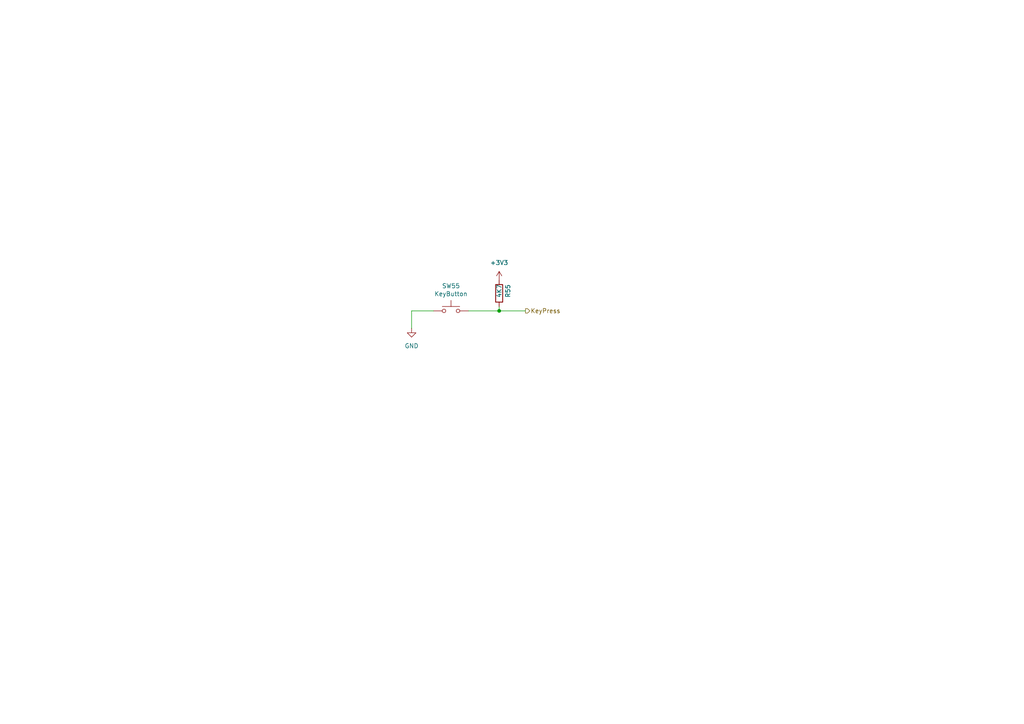
<source format=kicad_sch>
(kicad_sch
	(version 20250114)
	(generator "eeschema")
	(generator_version "9.0")
	(uuid "197dc898-278f-4080-9ecb-a933efff55e3")
	(paper "A4")
	(lib_symbols
		(symbol "+3V3_3"
			(power)
			(pin_names
				(offset 0)
			)
			(exclude_from_sim no)
			(in_bom yes)
			(on_board yes)
			(property "Reference" "#PWR"
				(at 0 -3.81 0)
				(effects
					(font
						(size 1.27 1.27)
					)
					(hide yes)
				)
			)
			(property "Value" "+3V3_3"
				(at 0 3.556 0)
				(effects
					(font
						(size 1.27 1.27)
					)
				)
			)
			(property "Footprint" ""
				(at 0 0 0)
				(effects
					(font
						(size 1.27 1.27)
					)
					(hide yes)
				)
			)
			(property "Datasheet" ""
				(at 0 0 0)
				(effects
					(font
						(size 1.27 1.27)
					)
					(hide yes)
				)
			)
			(property "Description" "Power symbol creates a global label with name \"+3V3\""
				(at 0 0 0)
				(effects
					(font
						(size 1.27 1.27)
					)
					(hide yes)
				)
			)
			(property "ki_keywords" "global power"
				(at 0 0 0)
				(effects
					(font
						(size 1.27 1.27)
					)
					(hide yes)
				)
			)
			(symbol "+3V3_3_0_1"
				(polyline
					(pts
						(xy -0.762 1.27) (xy 0 2.54)
					)
					(stroke
						(width 0)
						(type default)
					)
					(fill
						(type none)
					)
				)
				(polyline
					(pts
						(xy 0 2.54) (xy 0.762 1.27)
					)
					(stroke
						(width 0)
						(type default)
					)
					(fill
						(type none)
					)
				)
				(polyline
					(pts
						(xy 0 0) (xy 0 2.54)
					)
					(stroke
						(width 0)
						(type default)
					)
					(fill
						(type none)
					)
				)
			)
			(symbol "+3V3_3_1_1"
				(pin power_in line
					(at 0 0 90)
					(length 0)
					(hide yes)
					(name "+3V3"
						(effects
							(font
								(size 1.27 1.27)
							)
						)
					)
					(number "1"
						(effects
							(font
								(size 1.27 1.27)
							)
						)
					)
				)
			)
			(embedded_fonts no)
		)
		(symbol "Device:R"
			(pin_numbers
				(hide yes)
			)
			(pin_names
				(offset 0)
			)
			(exclude_from_sim no)
			(in_bom yes)
			(on_board yes)
			(property "Reference" "R"
				(at 2.032 0 90)
				(effects
					(font
						(size 1.27 1.27)
					)
				)
			)
			(property "Value" "R"
				(at 0 0 90)
				(effects
					(font
						(size 1.27 1.27)
					)
				)
			)
			(property "Footprint" ""
				(at -1.778 0 90)
				(effects
					(font
						(size 1.27 1.27)
					)
					(hide yes)
				)
			)
			(property "Datasheet" "~"
				(at 0 0 0)
				(effects
					(font
						(size 1.27 1.27)
					)
					(hide yes)
				)
			)
			(property "Description" "Resistor"
				(at 0 0 0)
				(effects
					(font
						(size 1.27 1.27)
					)
					(hide yes)
				)
			)
			(property "ki_keywords" "R res resistor"
				(at 0 0 0)
				(effects
					(font
						(size 1.27 1.27)
					)
					(hide yes)
				)
			)
			(property "ki_fp_filters" "R_*"
				(at 0 0 0)
				(effects
					(font
						(size 1.27 1.27)
					)
					(hide yes)
				)
			)
			(symbol "R_0_1"
				(rectangle
					(start -1.016 -2.54)
					(end 1.016 2.54)
					(stroke
						(width 0.254)
						(type default)
					)
					(fill
						(type none)
					)
				)
			)
			(symbol "R_1_1"
				(pin passive line
					(at 0 3.81 270)
					(length 1.27)
					(name "~"
						(effects
							(font
								(size 1.27 1.27)
							)
						)
					)
					(number "1"
						(effects
							(font
								(size 1.27 1.27)
							)
						)
					)
				)
				(pin passive line
					(at 0 -3.81 90)
					(length 1.27)
					(name "~"
						(effects
							(font
								(size 1.27 1.27)
							)
						)
					)
					(number "2"
						(effects
							(font
								(size 1.27 1.27)
							)
						)
					)
				)
			)
			(embedded_fonts no)
		)
		(symbol "Switch:SW_Push"
			(pin_numbers
				(hide yes)
			)
			(pin_names
				(offset 1.016)
				(hide yes)
			)
			(exclude_from_sim no)
			(in_bom yes)
			(on_board yes)
			(property "Reference" "SW"
				(at 1.27 2.54 0)
				(effects
					(font
						(size 1.27 1.27)
					)
					(justify left)
				)
			)
			(property "Value" "SW_Push"
				(at 0 -1.524 0)
				(effects
					(font
						(size 1.27 1.27)
					)
				)
			)
			(property "Footprint" ""
				(at 0 5.08 0)
				(effects
					(font
						(size 1.27 1.27)
					)
					(hide yes)
				)
			)
			(property "Datasheet" "~"
				(at 0 5.08 0)
				(effects
					(font
						(size 1.27 1.27)
					)
					(hide yes)
				)
			)
			(property "Description" "Push button switch, generic, two pins"
				(at 0 0 0)
				(effects
					(font
						(size 1.27 1.27)
					)
					(hide yes)
				)
			)
			(property "ki_keywords" "switch normally-open pushbutton push-button"
				(at 0 0 0)
				(effects
					(font
						(size 1.27 1.27)
					)
					(hide yes)
				)
			)
			(symbol "SW_Push_0_1"
				(circle
					(center -2.032 0)
					(radius 0.508)
					(stroke
						(width 0)
						(type default)
					)
					(fill
						(type none)
					)
				)
				(polyline
					(pts
						(xy 0 1.27) (xy 0 3.048)
					)
					(stroke
						(width 0)
						(type default)
					)
					(fill
						(type none)
					)
				)
				(circle
					(center 2.032 0)
					(radius 0.508)
					(stroke
						(width 0)
						(type default)
					)
					(fill
						(type none)
					)
				)
				(polyline
					(pts
						(xy 2.54 1.27) (xy -2.54 1.27)
					)
					(stroke
						(width 0)
						(type default)
					)
					(fill
						(type none)
					)
				)
				(pin passive line
					(at -5.08 0 0)
					(length 2.54)
					(name "1"
						(effects
							(font
								(size 1.27 1.27)
							)
						)
					)
					(number "1"
						(effects
							(font
								(size 1.27 1.27)
							)
						)
					)
				)
				(pin passive line
					(at 5.08 0 180)
					(length 2.54)
					(name "2"
						(effects
							(font
								(size 1.27 1.27)
							)
						)
					)
					(number "2"
						(effects
							(font
								(size 1.27 1.27)
							)
						)
					)
				)
			)
			(embedded_fonts no)
		)
		(symbol "power:GND"
			(power)
			(pin_numbers
				(hide yes)
			)
			(pin_names
				(offset 0)
				(hide yes)
			)
			(exclude_from_sim no)
			(in_bom yes)
			(on_board yes)
			(property "Reference" "#PWR"
				(at 0 -6.35 0)
				(effects
					(font
						(size 1.27 1.27)
					)
					(hide yes)
				)
			)
			(property "Value" "GND"
				(at 0 -3.81 0)
				(effects
					(font
						(size 1.27 1.27)
					)
				)
			)
			(property "Footprint" ""
				(at 0 0 0)
				(effects
					(font
						(size 1.27 1.27)
					)
					(hide yes)
				)
			)
			(property "Datasheet" ""
				(at 0 0 0)
				(effects
					(font
						(size 1.27 1.27)
					)
					(hide yes)
				)
			)
			(property "Description" "Power symbol creates a global label with name \"GND\" , ground"
				(at 0 0 0)
				(effects
					(font
						(size 1.27 1.27)
					)
					(hide yes)
				)
			)
			(property "ki_keywords" "global power"
				(at 0 0 0)
				(effects
					(font
						(size 1.27 1.27)
					)
					(hide yes)
				)
			)
			(symbol "GND_0_1"
				(polyline
					(pts
						(xy 0 0) (xy 0 -1.27) (xy 1.27 -1.27) (xy 0 -2.54) (xy -1.27 -1.27) (xy 0 -1.27)
					)
					(stroke
						(width 0)
						(type default)
					)
					(fill
						(type none)
					)
				)
			)
			(symbol "GND_1_1"
				(pin power_in line
					(at 0 0 270)
					(length 0)
					(name "~"
						(effects
							(font
								(size 1.27 1.27)
							)
						)
					)
					(number "1"
						(effects
							(font
								(size 1.27 1.27)
							)
						)
					)
				)
			)
			(embedded_fonts no)
		)
	)
	(junction
		(at 144.78 90.17)
		(diameter 0)
		(color 0 0 0 0)
		(uuid "9ad24618-bd80-4f3b-b77f-b7d662e0a569")
	)
	(wire
		(pts
			(xy 119.38 90.17) (xy 119.38 95.25)
		)
		(stroke
			(width 0)
			(type default)
		)
		(uuid "39defb04-b41c-4ebc-ba19-5568676e84ee")
	)
	(wire
		(pts
			(xy 119.38 90.17) (xy 125.73 90.17)
		)
		(stroke
			(width 0)
			(type default)
		)
		(uuid "480e2dd1-02fa-41f7-bcda-9f8c2f976b45")
	)
	(wire
		(pts
			(xy 144.78 88.9) (xy 144.78 90.17)
		)
		(stroke
			(width 0)
			(type default)
		)
		(uuid "4b709926-4c0e-489e-9025-93bdf3cbdf02")
	)
	(wire
		(pts
			(xy 144.78 90.17) (xy 152.4 90.17)
		)
		(stroke
			(width 0)
			(type default)
		)
		(uuid "65e8fef2-f69a-413b-89c5-ca4c5f3e15b2")
	)
	(wire
		(pts
			(xy 135.89 90.17) (xy 144.78 90.17)
		)
		(stroke
			(width 0)
			(type default)
		)
		(uuid "ec437abd-0e16-44a7-bb5f-39f66b9145a2")
	)
	(hierarchical_label "KeyPress"
		(shape output)
		(at 152.4 90.17 0)
		(effects
			(font
				(size 1.27 1.27)
			)
			(justify left)
		)
		(uuid "e8eb42ef-35db-4855-98f8-f0f7963ea6b5")
	)
	(symbol
		(lib_name "+3V3_3")
		(lib_id "power:+3V3")
		(at 144.78 81.28 0)
		(unit 1)
		(exclude_from_sim no)
		(in_bom yes)
		(on_board yes)
		(dnp no)
		(fields_autoplaced yes)
		(uuid "01bba7df-55a1-403b-acc4-7b7cf95d26b9")
		(property "Reference" "#PWR012"
			(at 144.78 85.09 0)
			(effects
				(font
					(size 1.27 1.27)
				)
				(hide yes)
			)
		)
		(property "Value" "+3V3"
			(at 144.78 76.2 0)
			(effects
				(font
					(size 1.27 1.27)
				)
			)
		)
		(property "Footprint" ""
			(at 144.78 81.28 0)
			(effects
				(font
					(size 1.27 1.27)
				)
				(hide yes)
			)
		)
		(property "Datasheet" ""
			(at 144.78 81.28 0)
			(effects
				(font
					(size 1.27 1.27)
				)
				(hide yes)
			)
		)
		(property "Description" ""
			(at 144.78 81.28 0)
			(effects
				(font
					(size 1.27 1.27)
				)
				(hide yes)
			)
		)
		(pin "1"
			(uuid "076d46b8-adf0-4bdd-9071-4c05cbafd3f8")
		)
		(instances
			(project "keyboard"
				(path "/0f558864-6bd1-4b6a-a590-291604d36a33/00fbda68-6dbe-4629-bc6b-7a96ad5ec6ad"
					(reference "#PWR0118")
					(unit 1)
				)
				(path "/0f558864-6bd1-4b6a-a590-291604d36a33/06e7c63d-33a9-4d3d-8bea-a8d2edf1c515"
					(reference "#PWR056")
					(unit 1)
				)
				(path "/0f558864-6bd1-4b6a-a590-291604d36a33/0a38b20d-0faa-4d31-a26b-20b67656c706"
					(reference "#PWR076")
					(unit 1)
				)
				(path "/0f558864-6bd1-4b6a-a590-291604d36a33/0bdeb14c-d579-48f4-80e5-e87b769a9dcc"
					(reference "#PWR030")
					(unit 1)
				)
				(path "/0f558864-6bd1-4b6a-a590-291604d36a33/140b166f-8a9a-49b8-b9da-b1f4c2b64884"
					(reference "#PWR036")
					(unit 1)
				)
				(path "/0f558864-6bd1-4b6a-a590-291604d36a33/18483323-407a-449d-9b5d-151854be4dfa"
					(reference "#PWR062")
					(unit 1)
				)
				(path "/0f558864-6bd1-4b6a-a590-291604d36a33/1c1fabda-0579-4558-988c-9b382a381018"
					(reference "#PWR0110")
					(unit 1)
				)
				(path "/0f558864-6bd1-4b6a-a590-291604d36a33/1fe60ac2-c983-40d1-a281-3641b8cb25a1"
					(reference "#PWR0120")
					(unit 1)
				)
				(path "/0f558864-6bd1-4b6a-a590-291604d36a33/20b7b40a-3c8d-4458-ab90-f98eeaa551d5"
					(reference "#PWR0128")
					(unit 1)
				)
				(path "/0f558864-6bd1-4b6a-a590-291604d36a33/26d58396-7064-4fca-877d-9072c88b3046"
					(reference "#PWR020")
					(unit 1)
				)
				(path "/0f558864-6bd1-4b6a-a590-291604d36a33/27f41226-a040-4c76-ad3d-de57922f3ec2"
					(reference "#PWR024")
					(unit 1)
				)
				(path "/0f558864-6bd1-4b6a-a590-291604d36a33/2bda33b0-3eba-4ccc-8223-79532bbdfb6c"
					(reference "#PWR044")
					(unit 1)
				)
				(path "/0f558864-6bd1-4b6a-a590-291604d36a33/2e527372-0884-45fd-898b-02a719c2cb54"
					(reference "#PWR074")
					(unit 1)
				)
				(path "/0f558864-6bd1-4b6a-a590-291604d36a33/345ce68e-f3af-4e5e-877d-709f628b1b76"
					(reference "#PWR012")
					(unit 1)
				)
				(path "/0f558864-6bd1-4b6a-a590-291604d36a33/39af1378-64d6-493b-9598-cca883cd0961"
					(reference "#PWR026")
					(unit 1)
				)
				(path "/0f558864-6bd1-4b6a-a590-291604d36a33/3f1e3a8f-f5f7-4a18-90d8-b8bd8833a121"
					(reference "#PWR046")
					(unit 1)
				)
				(path "/0f558864-6bd1-4b6a-a590-291604d36a33/406f3bd2-8f1c-4d8f-845a-8d5e71970193"
					(reference "#PWR054")
					(unit 1)
				)
				(path "/0f558864-6bd1-4b6a-a590-291604d36a33/49d82c6b-e038-4a44-9811-3e56db29216f"
					(reference "#PWR016")
					(unit 1)
				)
				(path "/0f558864-6bd1-4b6a-a590-291604d36a33/53655291-cb05-474c-a29c-fac2052272f6"
					(reference "#PWR040")
					(unit 1)
				)
				(path "/0f558864-6bd1-4b6a-a590-291604d36a33/53d2e055-0677-4f48-9cac-149fa85b63d8"
					(reference "#PWR028")
					(unit 1)
				)
				(path "/0f558864-6bd1-4b6a-a590-291604d36a33/54853a17-57c3-4c28-9f29-fe5206c31e1d"
					(reference "#PWR060")
					(unit 1)
				)
				(path "/0f558864-6bd1-4b6a-a590-291604d36a33/55497c43-0fb8-4b15-b832-9e4327e3ccf3"
					(reference "#PWR032")
					(unit 1)
				)
				(path "/0f558864-6bd1-4b6a-a590-291604d36a33/5c3814d4-ecfb-4502-97e7-f6b610c9d2c2"
					(reference "#PWR084")
					(unit 1)
				)
				(path "/0f558864-6bd1-4b6a-a590-291604d36a33/63cdcd2d-252d-4e9b-8416-81b1ef161316"
					(reference "#PWR0124")
					(unit 1)
				)
				(path "/0f558864-6bd1-4b6a-a590-291604d36a33/6b92f5e9-e549-40aa-8d35-8aae643bb2bd"
					(reference "#PWR0104")
					(unit 1)
				)
				(path "/0f558864-6bd1-4b6a-a590-291604d36a33/6d556685-82e0-4e92-b677-a71dd488b8ff"
					(reference "#PWR0114")
					(unit 1)
				)
				(path "/0f558864-6bd1-4b6a-a590-291604d36a33/80a7bcc7-f8f3-4d16-abf8-968bd69cd248"
					(reference "#PWR038")
					(unit 1)
				)
				(path "/0f558864-6bd1-4b6a-a590-291604d36a33/88ac29ea-f33a-4435-9d0f-ff07fcd43825"
					(reference "#PWR098")
					(unit 1)
				)
				(path "/0f558864-6bd1-4b6a-a590-291604d36a33/89027e3c-f493-4dce-ae70-8265229fcf10"
					(reference "#PWR0102")
					(unit 1)
				)
				(path "/0f558864-6bd1-4b6a-a590-291604d36a33/93220f56-012c-451a-a18f-bdae9a33cdd3"
					(reference "#PWR082")
					(unit 1)
				)
				(path "/0f558864-6bd1-4b6a-a590-291604d36a33/95881138-91f0-4cce-a1e0-677178aa263b"
					(reference "#PWR0106")
					(unit 1)
				)
				(path "/0f558864-6bd1-4b6a-a590-291604d36a33/96914db0-479c-4269-8d64-79a09cf1464b"
					(reference "#PWR0127")
					(unit 1)
				)
				(path "/0f558864-6bd1-4b6a-a590-291604d36a33/9d134df2-74d2-4889-953d-4fad81dfc3e2"
					(reference "#PWR0122")
					(unit 1)
				)
				(path "/0f558864-6bd1-4b6a-a590-291604d36a33/a4201793-45b0-4b94-9056-69a6df9fd156"
					(reference "#PWR0112")
					(unit 1)
				)
				(path "/0f558864-6bd1-4b6a-a590-291604d36a33/a9606fda-6978-4bab-abe5-85dd31fad076"
					(reference "#PWR088")
					(unit 1)
				)
				(path "/0f558864-6bd1-4b6a-a590-291604d36a33/ac7b69ae-cfad-4e0a-9800-50ade6da3f1a"
					(reference "#PWR090")
					(unit 1)
				)
				(path "/0f558864-6bd1-4b6a-a590-291604d36a33/b042f156-6d2a-4266-9786-7e4d81af1312"
					(reference "#PWR058")
					(unit 1)
				)
				(path "/0f558864-6bd1-4b6a-a590-291604d36a33/b380df06-2e2f-484c-9d89-f57a3faac3e9"
					(reference "#PWR050")
					(unit 1)
				)
				(path "/0f558864-6bd1-4b6a-a590-291604d36a33/ba23ecf4-051e-4430-acc2-1c1196330922"
					(reference "#PWR086")
					(unit 1)
				)
				(path "/0f558864-6bd1-4b6a-a590-291604d36a33/bcb00a62-6a60-4163-9bd4-c098b779e64b"
					(reference "#PWR094")
					(unit 1)
				)
				(path "/0f558864-6bd1-4b6a-a590-291604d36a33/befe27b5-8d8d-4dbb-8648-2e5abc1f9a23"
					(reference "#PWR042")
					(unit 1)
				)
				(path "/0f558864-6bd1-4b6a-a590-291604d36a33/c06ec5e7-dd0f-490e-9240-4028b3f3b144"
					(reference "#PWR014")
					(unit 1)
				)
				(path "/0f558864-6bd1-4b6a-a590-291604d36a33/cefb41bf-1a3e-4ea5-a512-232860cf1a63"
					(reference "#PWR078")
					(unit 1)
				)
				(path "/0f558864-6bd1-4b6a-a590-291604d36a33/cf7213b0-1bed-4d64-8a66-96a9afff3673"
					(reference "#PWR052")
					(unit 1)
				)
				(path "/0f558864-6bd1-4b6a-a590-291604d36a33/d1278f77-fa67-4785-892a-d83988480cae"
					(reference "#PWR0116")
					(unit 1)
				)
				(path "/0f558864-6bd1-4b6a-a590-291604d36a33/dbc80516-9244-43e8-a9f9-a287eb0318d7"
					(reference "#PWR092")
					(unit 1)
				)
				(path "/0f558864-6bd1-4b6a-a590-291604d36a33/e70c17f5-360b-4968-9f32-99d3f56f030c"
					(reference "#PWR0100")
					(unit 1)
				)
				(path "/0f558864-6bd1-4b6a-a590-291604d36a33/ec0a90c0-fb69-482d-998e-1c16282f9d5e"
					(reference "#PWR096")
					(unit 1)
				)
				(path "/0f558864-6bd1-4b6a-a590-291604d36a33/eed167b7-318d-4b2a-8a01-41ebf77ab005"
					(reference "#PWR022")
					(unit 1)
				)
				(path "/0f558864-6bd1-4b6a-a590-291604d36a33/ef596442-4faa-4473-b2b4-5b6601bfdc98"
					(reference "#PWR0108")
					(unit 1)
				)
				(path "/0f558864-6bd1-4b6a-a590-291604d36a33/f2360d46-047f-43e1-bfb4-4a362c4c819f"
					(reference "#PWR034")
					(unit 1)
				)
				(path "/0f558864-6bd1-4b6a-a590-291604d36a33/f425da7c-e87f-4066-9155-e37bca266c43"
					(reference "#PWR018")
					(unit 1)
				)
				(path "/0f558864-6bd1-4b6a-a590-291604d36a33/f6fee24c-a55a-4682-9cb6-60a6d7817932"
					(reference "#PWR080")
					(unit 1)
				)
				(path "/0f558864-6bd1-4b6a-a590-291604d36a33/fb34966c-cb7d-415a-8815-c4900381a08f"
					(reference "#PWR048")
					(unit 1)
				)
			)
		)
	)
	(symbol
		(lib_id "Device:R")
		(at 144.78 85.09 0)
		(unit 1)
		(exclude_from_sim no)
		(in_bom yes)
		(on_board yes)
		(dnp no)
		(uuid "247ad106-f059-4397-9662-7ea14d21b41e")
		(property "Reference" "R2"
			(at 147.32 86.36 90)
			(effects
				(font
					(size 1.27 1.27)
				)
				(justify left)
			)
		)
		(property "Value" "4K7"
			(at 144.78 86.36 90)
			(effects
				(font
					(size 1.27 1.27)
				)
				(justify left)
			)
		)
		(property "Footprint" "Resistor_SMD:R_0805_2012Metric_Pad1.20x1.40mm_HandSolder"
			(at 143.002 85.09 90)
			(effects
				(font
					(size 1.27 1.27)
				)
				(hide yes)
			)
		)
		(property "Datasheet" "~"
			(at 144.78 85.09 0)
			(effects
				(font
					(size 1.27 1.27)
				)
				(hide yes)
			)
		)
		(property "Description" ""
			(at 144.78 85.09 0)
			(effects
				(font
					(size 1.27 1.27)
				)
				(hide yes)
			)
		)
		(pin "1"
			(uuid "5015b62b-0e65-4f4c-bd7d-af06a4dba0d1")
		)
		(pin "2"
			(uuid "1be9d9ca-eea4-417c-a5e7-4299156d6824")
		)
		(instances
			(project "keyboard"
				(path "/0f558864-6bd1-4b6a-a590-291604d36a33/00fbda68-6dbe-4629-bc6b-7a96ad5ec6ad"
					(reference "R55")
					(unit 1)
				)
				(path "/0f558864-6bd1-4b6a-a590-291604d36a33/06e7c63d-33a9-4d3d-8bea-a8d2edf1c515"
					(reference "R24")
					(unit 1)
				)
				(path "/0f558864-6bd1-4b6a-a590-291604d36a33/0a38b20d-0faa-4d31-a26b-20b67656c706"
					(reference "R34")
					(unit 1)
				)
				(path "/0f558864-6bd1-4b6a-a590-291604d36a33/0bdeb14c-d579-48f4-80e5-e87b769a9dcc"
					(reference "R11")
					(unit 1)
				)
				(path "/0f558864-6bd1-4b6a-a590-291604d36a33/140b166f-8a9a-49b8-b9da-b1f4c2b64884"
					(reference "R14")
					(unit 1)
				)
				(path "/0f558864-6bd1-4b6a-a590-291604d36a33/18483323-407a-449d-9b5d-151854be4dfa"
					(reference "R27")
					(unit 1)
				)
				(path "/0f558864-6bd1-4b6a-a590-291604d36a33/1c1fabda-0579-4558-988c-9b382a381018"
					(reference "R51")
					(unit 1)
				)
				(path "/0f558864-6bd1-4b6a-a590-291604d36a33/1fe60ac2-c983-40d1-a281-3641b8cb25a1"
					(reference "R56")
					(unit 1)
				)
				(path "/0f558864-6bd1-4b6a-a590-291604d36a33/20b7b40a-3c8d-4458-ab90-f98eeaa551d5"
					(reference "R1")
					(unit 1)
				)
				(path "/0f558864-6bd1-4b6a-a590-291604d36a33/26d58396-7064-4fca-877d-9072c88b3046"
					(reference "R6")
					(unit 1)
				)
				(path "/0f558864-6bd1-4b6a-a590-291604d36a33/27f41226-a040-4c76-ad3d-de57922f3ec2"
					(reference "R8")
					(unit 1)
				)
				(path "/0f558864-6bd1-4b6a-a590-291604d36a33/2bda33b0-3eba-4ccc-8223-79532bbdfb6c"
					(reference "R18")
					(unit 1)
				)
				(path "/0f558864-6bd1-4b6a-a590-291604d36a33/2e527372-0884-45fd-898b-02a719c2cb54"
					(reference "R33")
					(unit 1)
				)
				(path "/0f558864-6bd1-4b6a-a590-291604d36a33/345ce68e-f3af-4e5e-877d-709f628b1b76"
					(reference "R2")
					(unit 1)
				)
				(path "/0f558864-6bd1-4b6a-a590-291604d36a33/39af1378-64d6-493b-9598-cca883cd0961"
					(reference "R9")
					(unit 1)
				)
				(path "/0f558864-6bd1-4b6a-a590-291604d36a33/3f1e3a8f-f5f7-4a18-90d8-b8bd8833a121"
					(reference "R19")
					(unit 1)
				)
				(path "/0f558864-6bd1-4b6a-a590-291604d36a33/406f3bd2-8f1c-4d8f-845a-8d5e71970193"
					(reference "R23")
					(unit 1)
				)
				(path "/0f558864-6bd1-4b6a-a590-291604d36a33/49d82c6b-e038-4a44-9811-3e56db29216f"
					(reference "R4")
					(unit 1)
				)
				(path "/0f558864-6bd1-4b6a-a590-291604d36a33/53655291-cb05-474c-a29c-fac2052272f6"
					(reference "R16")
					(unit 1)
				)
				(path "/0f558864-6bd1-4b6a-a590-291604d36a33/53d2e055-0677-4f48-9cac-149fa85b63d8"
					(reference "R10")
					(unit 1)
				)
				(path "/0f558864-6bd1-4b6a-a590-291604d36a33/54853a17-57c3-4c28-9f29-fe5206c31e1d"
					(reference "R26")
					(unit 1)
				)
				(path "/0f558864-6bd1-4b6a-a590-291604d36a33/55497c43-0fb8-4b15-b832-9e4327e3ccf3"
					(reference "R12")
					(unit 1)
				)
				(path "/0f558864-6bd1-4b6a-a590-291604d36a33/5c3814d4-ecfb-4502-97e7-f6b610c9d2c2"
					(reference "R38")
					(unit 1)
				)
				(path "/0f558864-6bd1-4b6a-a590-291604d36a33/63cdcd2d-252d-4e9b-8416-81b1ef161316"
					(reference "R58")
					(unit 1)
				)
				(path "/0f558864-6bd1-4b6a-a590-291604d36a33/6b92f5e9-e549-40aa-8d35-8aae643bb2bd"
					(reference "R48")
					(unit 1)
				)
				(path "/0f558864-6bd1-4b6a-a590-291604d36a33/6d556685-82e0-4e92-b677-a71dd488b8ff"
					(reference "R53")
					(unit 1)
				)
				(path "/0f558864-6bd1-4b6a-a590-291604d36a33/80a7bcc7-f8f3-4d16-abf8-968bd69cd248"
					(reference "R15")
					(unit 1)
				)
				(path "/0f558864-6bd1-4b6a-a590-291604d36a33/88ac29ea-f33a-4435-9d0f-ff07fcd43825"
					(reference "R45")
					(unit 1)
				)
				(path "/0f558864-6bd1-4b6a-a590-291604d36a33/89027e3c-f493-4dce-ae70-8265229fcf10"
					(reference "R47")
					(unit 1)
				)
				(path "/0f558864-6bd1-4b6a-a590-291604d36a33/93220f56-012c-451a-a18f-bdae9a33cdd3"
					(reference "R37")
					(unit 1)
				)
				(path "/0f558864-6bd1-4b6a-a590-291604d36a33/95881138-91f0-4cce-a1e0-677178aa263b"
					(reference "R49")
					(unit 1)
				)
				(path "/0f558864-6bd1-4b6a-a590-291604d36a33/96914db0-479c-4269-8d64-79a09cf1464b"
					(reference "R59")
					(unit 1)
				)
				(path "/0f558864-6bd1-4b6a-a590-291604d36a33/9d134df2-74d2-4889-953d-4fad81dfc3e2"
					(reference "R57")
					(unit 1)
				)
				(path "/0f558864-6bd1-4b6a-a590-291604d36a33/a4201793-45b0-4b94-9056-69a6df9fd156"
					(reference "R52")
					(unit 1)
				)
				(path "/0f558864-6bd1-4b6a-a590-291604d36a33/a9606fda-6978-4bab-abe5-85dd31fad076"
					(reference "R40")
					(unit 1)
				)
				(path "/0f558864-6bd1-4b6a-a590-291604d36a33/ac7b69ae-cfad-4e0a-9800-50ade6da3f1a"
					(reference "R41")
					(unit 1)
				)
				(path "/0f558864-6bd1-4b6a-a590-291604d36a33/b042f156-6d2a-4266-9786-7e4d81af1312"
					(reference "R25")
					(unit 1)
				)
				(path "/0f558864-6bd1-4b6a-a590-291604d36a33/b380df06-2e2f-484c-9d89-f57a3faac3e9"
					(reference "R21")
					(unit 1)
				)
				(path "/0f558864-6bd1-4b6a-a590-291604d36a33/ba23ecf4-051e-4430-acc2-1c1196330922"
					(reference "R39")
					(unit 1)
				)
				(path "/0f558864-6bd1-4b6a-a590-291604d36a33/bcb00a62-6a60-4163-9bd4-c098b779e64b"
					(reference "R43")
					(unit 1)
				)
				(path "/0f558864-6bd1-4b6a-a590-291604d36a33/befe27b5-8d8d-4dbb-8648-2e5abc1f9a23"
					(reference "R17")
					(unit 1)
				)
				(path "/0f558864-6bd1-4b6a-a590-291604d36a33/c06ec5e7-dd0f-490e-9240-4028b3f3b144"
					(reference "R3")
					(unit 1)
				)
				(path "/0f558864-6bd1-4b6a-a590-291604d36a33/cefb41bf-1a3e-4ea5-a512-232860cf1a63"
					(reference "R35")
					(unit 1)
				)
				(path "/0f558864-6bd1-4b6a-a590-291604d36a33/cf7213b0-1bed-4d64-8a66-96a9afff3673"
					(reference "R22")
					(unit 1)
				)
				(path "/0f558864-6bd1-4b6a-a590-291604d36a33/d1278f77-fa67-4785-892a-d83988480cae"
					(reference "R54")
					(unit 1)
				)
				(path "/0f558864-6bd1-4b6a-a590-291604d36a33/dbc80516-9244-43e8-a9f9-a287eb0318d7"
					(reference "R42")
					(unit 1)
				)
				(path "/0f558864-6bd1-4b6a-a590-291604d36a33/e70c17f5-360b-4968-9f32-99d3f56f030c"
					(reference "R46")
					(unit 1)
				)
				(path "/0f558864-6bd1-4b6a-a590-291604d36a33/ec0a90c0-fb69-482d-998e-1c16282f9d5e"
					(reference "R44")
					(unit 1)
				)
				(path "/0f558864-6bd1-4b6a-a590-291604d36a33/eed167b7-318d-4b2a-8a01-41ebf77ab005"
					(reference "R7")
					(unit 1)
				)
				(path "/0f558864-6bd1-4b6a-a590-291604d36a33/ef596442-4faa-4473-b2b4-5b6601bfdc98"
					(reference "R50")
					(unit 1)
				)
				(path "/0f558864-6bd1-4b6a-a590-291604d36a33/f2360d46-047f-43e1-bfb4-4a362c4c819f"
					(reference "R13")
					(unit 1)
				)
				(path "/0f558864-6bd1-4b6a-a590-291604d36a33/f425da7c-e87f-4066-9155-e37bca266c43"
					(reference "R5")
					(unit 1)
				)
				(path "/0f558864-6bd1-4b6a-a590-291604d36a33/f6fee24c-a55a-4682-9cb6-60a6d7817932"
					(reference "R36")
					(unit 1)
				)
				(path "/0f558864-6bd1-4b6a-a590-291604d36a33/fb34966c-cb7d-415a-8815-c4900381a08f"
					(reference "R20")
					(unit 1)
				)
			)
		)
	)
	(symbol
		(lib_id "power:GND")
		(at 119.38 95.25 0)
		(unit 1)
		(exclude_from_sim no)
		(in_bom yes)
		(on_board yes)
		(dnp no)
		(fields_autoplaced yes)
		(uuid "4c5ce182-974b-4e79-8db1-f874e8bd34e1")
		(property "Reference" "#PWR011"
			(at 119.38 101.6 0)
			(effects
				(font
					(size 1.27 1.27)
				)
				(hide yes)
			)
		)
		(property "Value" "GND"
			(at 119.38 100.33 0)
			(effects
				(font
					(size 1.27 1.27)
				)
			)
		)
		(property "Footprint" ""
			(at 119.38 95.25 0)
			(effects
				(font
					(size 1.27 1.27)
				)
				(hide yes)
			)
		)
		(property "Datasheet" ""
			(at 119.38 95.25 0)
			(effects
				(font
					(size 1.27 1.27)
				)
				(hide yes)
			)
		)
		(property "Description" "Power symbol creates a global label with name \"GND\" , ground"
			(at 119.38 95.25 0)
			(effects
				(font
					(size 1.27 1.27)
				)
				(hide yes)
			)
		)
		(pin "1"
			(uuid "ff049ca4-8a87-495d-bde6-78618646176d")
		)
		(instances
			(project "keyboard"
				(path "/0f558864-6bd1-4b6a-a590-291604d36a33/00fbda68-6dbe-4629-bc6b-7a96ad5ec6ad"
					(reference "#PWR0117")
					(unit 1)
				)
				(path "/0f558864-6bd1-4b6a-a590-291604d36a33/06e7c63d-33a9-4d3d-8bea-a8d2edf1c515"
					(reference "#PWR055")
					(unit 1)
				)
				(path "/0f558864-6bd1-4b6a-a590-291604d36a33/0a38b20d-0faa-4d31-a26b-20b67656c706"
					(reference "#PWR075")
					(unit 1)
				)
				(path "/0f558864-6bd1-4b6a-a590-291604d36a33/0bdeb14c-d579-48f4-80e5-e87b769a9dcc"
					(reference "#PWR029")
					(unit 1)
				)
				(path "/0f558864-6bd1-4b6a-a590-291604d36a33/140b166f-8a9a-49b8-b9da-b1f4c2b64884"
					(reference "#PWR035")
					(unit 1)
				)
				(path "/0f558864-6bd1-4b6a-a590-291604d36a33/18483323-407a-449d-9b5d-151854be4dfa"
					(reference "#PWR061")
					(unit 1)
				)
				(path "/0f558864-6bd1-4b6a-a590-291604d36a33/1c1fabda-0579-4558-988c-9b382a381018"
					(reference "#PWR0109")
					(unit 1)
				)
				(path "/0f558864-6bd1-4b6a-a590-291604d36a33/1fe60ac2-c983-40d1-a281-3641b8cb25a1"
					(reference "#PWR0119")
					(unit 1)
				)
				(path "/0f558864-6bd1-4b6a-a590-291604d36a33/20b7b40a-3c8d-4458-ab90-f98eeaa551d5"
					(reference "#PWR03")
					(unit 1)
				)
				(path "/0f558864-6bd1-4b6a-a590-291604d36a33/26d58396-7064-4fca-877d-9072c88b3046"
					(reference "#PWR019")
					(unit 1)
				)
				(path "/0f558864-6bd1-4b6a-a590-291604d36a33/27f41226-a040-4c76-ad3d-de57922f3ec2"
					(reference "#PWR023")
					(unit 1)
				)
				(path "/0f558864-6bd1-4b6a-a590-291604d36a33/2bda33b0-3eba-4ccc-8223-79532bbdfb6c"
					(reference "#PWR043")
					(unit 1)
				)
				(path "/0f558864-6bd1-4b6a-a590-291604d36a33/2e527372-0884-45fd-898b-02a719c2cb54"
					(reference "#PWR073")
					(unit 1)
				)
				(path "/0f558864-6bd1-4b6a-a590-291604d36a33/345ce68e-f3af-4e5e-877d-709f628b1b76"
					(reference "#PWR011")
					(unit 1)
				)
				(path "/0f558864-6bd1-4b6a-a590-291604d36a33/39af1378-64d6-493b-9598-cca883cd0961"
					(reference "#PWR025")
					(unit 1)
				)
				(path "/0f558864-6bd1-4b6a-a590-291604d36a33/3f1e3a8f-f5f7-4a18-90d8-b8bd8833a121"
					(reference "#PWR045")
					(unit 1)
				)
				(path "/0f558864-6bd1-4b6a-a590-291604d36a33/406f3bd2-8f1c-4d8f-845a-8d5e71970193"
					(reference "#PWR053")
					(unit 1)
				)
				(path "/0f558864-6bd1-4b6a-a590-291604d36a33/49d82c6b-e038-4a44-9811-3e56db29216f"
					(reference "#PWR015")
					(unit 1)
				)
				(path "/0f558864-6bd1-4b6a-a590-291604d36a33/53655291-cb05-474c-a29c-fac2052272f6"
					(reference "#PWR039")
					(unit 1)
				)
				(path "/0f558864-6bd1-4b6a-a590-291604d36a33/53d2e055-0677-4f48-9cac-149fa85b63d8"
					(reference "#PWR027")
					(unit 1)
				)
				(path "/0f558864-6bd1-4b6a-a590-291604d36a33/54853a17-57c3-4c28-9f29-fe5206c31e1d"
					(reference "#PWR059")
					(unit 1)
				)
				(path "/0f558864-6bd1-4b6a-a590-291604d36a33/55497c43-0fb8-4b15-b832-9e4327e3ccf3"
					(reference "#PWR031")
					(unit 1)
				)
				(path "/0f558864-6bd1-4b6a-a590-291604d36a33/5c3814d4-ecfb-4502-97e7-f6b610c9d2c2"
					(reference "#PWR083")
					(unit 1)
				)
				(path "/0f558864-6bd1-4b6a-a590-291604d36a33/63cdcd2d-252d-4e9b-8416-81b1ef161316"
					(reference "#PWR0123")
					(unit 1)
				)
				(path "/0f558864-6bd1-4b6a-a590-291604d36a33/6b92f5e9-e549-40aa-8d35-8aae643bb2bd"
					(reference "#PWR0103")
					(unit 1)
				)
				(path "/0f558864-6bd1-4b6a-a590-291604d36a33/6d556685-82e0-4e92-b677-a71dd488b8ff"
					(reference "#PWR0113")
					(unit 1)
				)
				(path "/0f558864-6bd1-4b6a-a590-291604d36a33/80a7bcc7-f8f3-4d16-abf8-968bd69cd248"
					(reference "#PWR037")
					(unit 1)
				)
				(path "/0f558864-6bd1-4b6a-a590-291604d36a33/88ac29ea-f33a-4435-9d0f-ff07fcd43825"
					(reference "#PWR097")
					(unit 1)
				)
				(path "/0f558864-6bd1-4b6a-a590-291604d36a33/89027e3c-f493-4dce-ae70-8265229fcf10"
					(reference "#PWR0101")
					(unit 1)
				)
				(path "/0f558864-6bd1-4b6a-a590-291604d36a33/93220f56-012c-451a-a18f-bdae9a33cdd3"
					(reference "#PWR081")
					(unit 1)
				)
				(path "/0f558864-6bd1-4b6a-a590-291604d36a33/95881138-91f0-4cce-a1e0-677178aa263b"
					(reference "#PWR0105")
					(unit 1)
				)
				(path "/0f558864-6bd1-4b6a-a590-291604d36a33/96914db0-479c-4269-8d64-79a09cf1464b"
					(reference "#PWR0125")
					(unit 1)
				)
				(path "/0f558864-6bd1-4b6a-a590-291604d36a33/9d134df2-74d2-4889-953d-4fad81dfc3e2"
					(reference "#PWR0121")
					(unit 1)
				)
				(path "/0f558864-6bd1-4b6a-a590-291604d36a33/a4201793-45b0-4b94-9056-69a6df9fd156"
					(reference "#PWR0111")
					(unit 1)
				)
				(path "/0f558864-6bd1-4b6a-a590-291604d36a33/a9606fda-6978-4bab-abe5-85dd31fad076"
					(reference "#PWR087")
					(unit 1)
				)
				(path "/0f558864-6bd1-4b6a-a590-291604d36a33/ac7b69ae-cfad-4e0a-9800-50ade6da3f1a"
					(reference "#PWR089")
					(unit 1)
				)
				(path "/0f558864-6bd1-4b6a-a590-291604d36a33/b042f156-6d2a-4266-9786-7e4d81af1312"
					(reference "#PWR057")
					(unit 1)
				)
				(path "/0f558864-6bd1-4b6a-a590-291604d36a33/b380df06-2e2f-484c-9d89-f57a3faac3e9"
					(reference "#PWR049")
					(unit 1)
				)
				(path "/0f558864-6bd1-4b6a-a590-291604d36a33/ba23ecf4-051e-4430-acc2-1c1196330922"
					(reference "#PWR085")
					(unit 1)
				)
				(path "/0f558864-6bd1-4b6a-a590-291604d36a33/bcb00a62-6a60-4163-9bd4-c098b779e64b"
					(reference "#PWR093")
					(unit 1)
				)
				(path "/0f558864-6bd1-4b6a-a590-291604d36a33/befe27b5-8d8d-4dbb-8648-2e5abc1f9a23"
					(reference "#PWR041")
					(unit 1)
				)
				(path "/0f558864-6bd1-4b6a-a590-291604d36a33/c06ec5e7-dd0f-490e-9240-4028b3f3b144"
					(reference "#PWR013")
					(unit 1)
				)
				(path "/0f558864-6bd1-4b6a-a590-291604d36a33/cefb41bf-1a3e-4ea5-a512-232860cf1a63"
					(reference "#PWR077")
					(unit 1)
				)
				(path "/0f558864-6bd1-4b6a-a590-291604d36a33/cf7213b0-1bed-4d64-8a66-96a9afff3673"
					(reference "#PWR051")
					(unit 1)
				)
				(path "/0f558864-6bd1-4b6a-a590-291604d36a33/d1278f77-fa67-4785-892a-d83988480cae"
					(reference "#PWR0115")
					(unit 1)
				)
				(path "/0f558864-6bd1-4b6a-a590-291604d36a33/dbc80516-9244-43e8-a9f9-a287eb0318d7"
					(reference "#PWR091")
					(unit 1)
				)
				(path "/0f558864-6bd1-4b6a-a590-291604d36a33/e70c17f5-360b-4968-9f32-99d3f56f030c"
					(reference "#PWR099")
					(unit 1)
				)
				(path "/0f558864-6bd1-4b6a-a590-291604d36a33/ec0a90c0-fb69-482d-998e-1c16282f9d5e"
					(reference "#PWR095")
					(unit 1)
				)
				(path "/0f558864-6bd1-4b6a-a590-291604d36a33/eed167b7-318d-4b2a-8a01-41ebf77ab005"
					(reference "#PWR021")
					(unit 1)
				)
				(path "/0f558864-6bd1-4b6a-a590-291604d36a33/ef596442-4faa-4473-b2b4-5b6601bfdc98"
					(reference "#PWR0107")
					(unit 1)
				)
				(path "/0f558864-6bd1-4b6a-a590-291604d36a33/f2360d46-047f-43e1-bfb4-4a362c4c819f"
					(reference "#PWR033")
					(unit 1)
				)
				(path "/0f558864-6bd1-4b6a-a590-291604d36a33/f425da7c-e87f-4066-9155-e37bca266c43"
					(reference "#PWR017")
					(unit 1)
				)
				(path "/0f558864-6bd1-4b6a-a590-291604d36a33/f6fee24c-a55a-4682-9cb6-60a6d7817932"
					(reference "#PWR079")
					(unit 1)
				)
				(path "/0f558864-6bd1-4b6a-a590-291604d36a33/fb34966c-cb7d-415a-8815-c4900381a08f"
					(reference "#PWR047")
					(unit 1)
				)
			)
		)
	)
	(symbol
		(lib_id "Switch:SW_Push")
		(at 130.81 90.17 0)
		(unit 1)
		(exclude_from_sim no)
		(in_bom yes)
		(on_board yes)
		(dnp no)
		(uuid "c3a81df8-1e05-44a2-ab93-507e51e0004c")
		(property "Reference" "SW2"
			(at 130.81 82.931 0)
			(effects
				(font
					(size 1.27 1.27)
				)
			)
		)
		(property "Value" "KeyButton"
			(at 130.81 85.2424 0)
			(effects
				(font
					(size 1.27 1.27)
				)
			)
		)
		(property "Footprint" "Button_Switch_THT:SW_PUSH_6mm"
			(at 130.81 85.09 0)
			(effects
				(font
					(size 1.27 1.27)
				)
				(hide yes)
			)
		)
		(property "Datasheet" "~"
			(at 130.81 85.09 0)
			(effects
				(font
					(size 1.27 1.27)
				)
				(hide yes)
			)
		)
		(property "Description" ""
			(at 130.81 90.17 0)
			(effects
				(font
					(size 1.27 1.27)
				)
				(hide yes)
			)
		)
		(property "LCSC" "C722960"
			(at 130.81 90.17 0)
			(effects
				(font
					(size 1.27 1.27)
				)
				(hide yes)
			)
		)
		(pin "1"
			(uuid "3837cf63-474c-4b78-a907-8de029e1c591")
		)
		(pin "2"
			(uuid "466d8fdd-6cf6-4f83-a4ae-45dd6d1f1e9a")
		)
		(instances
			(project "keyboard"
				(path "/0f558864-6bd1-4b6a-a590-291604d36a33/00fbda68-6dbe-4629-bc6b-7a96ad5ec6ad"
					(reference "SW55")
					(unit 1)
				)
				(path "/0f558864-6bd1-4b6a-a590-291604d36a33/06e7c63d-33a9-4d3d-8bea-a8d2edf1c515"
					(reference "SW24")
					(unit 1)
				)
				(path "/0f558864-6bd1-4b6a-a590-291604d36a33/0a38b20d-0faa-4d31-a26b-20b67656c706"
					(reference "SW34")
					(unit 1)
				)
				(path "/0f558864-6bd1-4b6a-a590-291604d36a33/0bdeb14c-d579-48f4-80e5-e87b769a9dcc"
					(reference "SW11")
					(unit 1)
				)
				(path "/0f558864-6bd1-4b6a-a590-291604d36a33/140b166f-8a9a-49b8-b9da-b1f4c2b64884"
					(reference "SW14")
					(unit 1)
				)
				(path "/0f558864-6bd1-4b6a-a590-291604d36a33/18483323-407a-449d-9b5d-151854be4dfa"
					(reference "SW27")
					(unit 1)
				)
				(path "/0f558864-6bd1-4b6a-a590-291604d36a33/1c1fabda-0579-4558-988c-9b382a381018"
					(reference "SW51")
					(unit 1)
				)
				(path "/0f558864-6bd1-4b6a-a590-291604d36a33/1fe60ac2-c983-40d1-a281-3641b8cb25a1"
					(reference "SW56")
					(unit 1)
				)
				(path "/0f558864-6bd1-4b6a-a590-291604d36a33/20b7b40a-3c8d-4458-ab90-f98eeaa551d5"
					(reference "SW1")
					(unit 1)
				)
				(path "/0f558864-6bd1-4b6a-a590-291604d36a33/26d58396-7064-4fca-877d-9072c88b3046"
					(reference "SW6")
					(unit 1)
				)
				(path "/0f558864-6bd1-4b6a-a590-291604d36a33/27f41226-a040-4c76-ad3d-de57922f3ec2"
					(reference "SW8")
					(unit 1)
				)
				(path "/0f558864-6bd1-4b6a-a590-291604d36a33/2bda33b0-3eba-4ccc-8223-79532bbdfb6c"
					(reference "SW18")
					(unit 1)
				)
				(path "/0f558864-6bd1-4b6a-a590-291604d36a33/2e527372-0884-45fd-898b-02a719c2cb54"
					(reference "SW33")
					(unit 1)
				)
				(path "/0f558864-6bd1-4b6a-a590-291604d36a33/345ce68e-f3af-4e5e-877d-709f628b1b76"
					(reference "SW2")
					(unit 1)
				)
				(path "/0f558864-6bd1-4b6a-a590-291604d36a33/39af1378-64d6-493b-9598-cca883cd0961"
					(reference "SW9")
					(unit 1)
				)
				(path "/0f558864-6bd1-4b6a-a590-291604d36a33/3f1e3a8f-f5f7-4a18-90d8-b8bd8833a121"
					(reference "SW19")
					(unit 1)
				)
				(path "/0f558864-6bd1-4b6a-a590-291604d36a33/406f3bd2-8f1c-4d8f-845a-8d5e71970193"
					(reference "SW23")
					(unit 1)
				)
				(path "/0f558864-6bd1-4b6a-a590-291604d36a33/49d82c6b-e038-4a44-9811-3e56db29216f"
					(reference "SW4")
					(unit 1)
				)
				(path "/0f558864-6bd1-4b6a-a590-291604d36a33/53655291-cb05-474c-a29c-fac2052272f6"
					(reference "SW16")
					(unit 1)
				)
				(path "/0f558864-6bd1-4b6a-a590-291604d36a33/53d2e055-0677-4f48-9cac-149fa85b63d8"
					(reference "SW10")
					(unit 1)
				)
				(path "/0f558864-6bd1-4b6a-a590-291604d36a33/54853a17-57c3-4c28-9f29-fe5206c31e1d"
					(reference "SW26")
					(unit 1)
				)
				(path "/0f558864-6bd1-4b6a-a590-291604d36a33/55497c43-0fb8-4b15-b832-9e4327e3ccf3"
					(reference "SW12")
					(unit 1)
				)
				(path "/0f558864-6bd1-4b6a-a590-291604d36a33/5c3814d4-ecfb-4502-97e7-f6b610c9d2c2"
					(reference "SW38")
					(unit 1)
				)
				(path "/0f558864-6bd1-4b6a-a590-291604d36a33/63cdcd2d-252d-4e9b-8416-81b1ef161316"
					(reference "SW58")
					(unit 1)
				)
				(path "/0f558864-6bd1-4b6a-a590-291604d36a33/6b92f5e9-e549-40aa-8d35-8aae643bb2bd"
					(reference "SW48")
					(unit 1)
				)
				(path "/0f558864-6bd1-4b6a-a590-291604d36a33/6d556685-82e0-4e92-b677-a71dd488b8ff"
					(reference "SW53")
					(unit 1)
				)
				(path "/0f558864-6bd1-4b6a-a590-291604d36a33/80a7bcc7-f8f3-4d16-abf8-968bd69cd248"
					(reference "SW15")
					(unit 1)
				)
				(path "/0f558864-6bd1-4b6a-a590-291604d36a33/88ac29ea-f33a-4435-9d0f-ff07fcd43825"
					(reference "SW45")
					(unit 1)
				)
				(path "/0f558864-6bd1-4b6a-a590-291604d36a33/89027e3c-f493-4dce-ae70-8265229fcf10"
					(reference "SW47")
					(unit 1)
				)
				(path "/0f558864-6bd1-4b6a-a590-291604d36a33/93220f56-012c-451a-a18f-bdae9a33cdd3"
					(reference "SW37")
					(unit 1)
				)
				(path "/0f558864-6bd1-4b6a-a590-291604d36a33/95881138-91f0-4cce-a1e0-677178aa263b"
					(reference "SW49")
					(unit 1)
				)
				(path "/0f558864-6bd1-4b6a-a590-291604d36a33/96914db0-479c-4269-8d64-79a09cf1464b"
					(reference "SW59")
					(unit 1)
				)
				(path "/0f558864-6bd1-4b6a-a590-291604d36a33/9d134df2-74d2-4889-953d-4fad81dfc3e2"
					(reference "SW57")
					(unit 1)
				)
				(path "/0f558864-6bd1-4b6a-a590-291604d36a33/a4201793-45b0-4b94-9056-69a6df9fd156"
					(reference "SW52")
					(unit 1)
				)
				(path "/0f558864-6bd1-4b6a-a590-291604d36a33/a9606fda-6978-4bab-abe5-85dd31fad076"
					(reference "SW40")
					(unit 1)
				)
				(path "/0f558864-6bd1-4b6a-a590-291604d36a33/ac7b69ae-cfad-4e0a-9800-50ade6da3f1a"
					(reference "SW41")
					(unit 1)
				)
				(path "/0f558864-6bd1-4b6a-a590-291604d36a33/b042f156-6d2a-4266-9786-7e4d81af1312"
					(reference "SW25")
					(unit 1)
				)
				(path "/0f558864-6bd1-4b6a-a590-291604d36a33/b380df06-2e2f-484c-9d89-f57a3faac3e9"
					(reference "SW21")
					(unit 1)
				)
				(path "/0f558864-6bd1-4b6a-a590-291604d36a33/ba23ecf4-051e-4430-acc2-1c1196330922"
					(reference "SW39")
					(unit 1)
				)
				(path "/0f558864-6bd1-4b6a-a590-291604d36a33/bcb00a62-6a60-4163-9bd4-c098b779e64b"
					(reference "SW43")
					(unit 1)
				)
				(path "/0f558864-6bd1-4b6a-a590-291604d36a33/befe27b5-8d8d-4dbb-8648-2e5abc1f9a23"
					(reference "SW17")
					(unit 1)
				)
				(path "/0f558864-6bd1-4b6a-a590-291604d36a33/c06ec5e7-dd0f-490e-9240-4028b3f3b144"
					(reference "SW3")
					(unit 1)
				)
				(path "/0f558864-6bd1-4b6a-a590-291604d36a33/cefb41bf-1a3e-4ea5-a512-232860cf1a63"
					(reference "SW35")
					(unit 1)
				)
				(path "/0f558864-6bd1-4b6a-a590-291604d36a33/cf7213b0-1bed-4d64-8a66-96a9afff3673"
					(reference "SW22")
					(unit 1)
				)
				(path "/0f558864-6bd1-4b6a-a590-291604d36a33/d1278f77-fa67-4785-892a-d83988480cae"
					(reference "SW54")
					(unit 1)
				)
				(path "/0f558864-6bd1-4b6a-a590-291604d36a33/dbc80516-9244-43e8-a9f9-a287eb0318d7"
					(reference "SW42")
					(unit 1)
				)
				(path "/0f558864-6bd1-4b6a-a590-291604d36a33/e70c17f5-360b-4968-9f32-99d3f56f030c"
					(reference "SW46")
					(unit 1)
				)
				(path "/0f558864-6bd1-4b6a-a590-291604d36a33/ec0a90c0-fb69-482d-998e-1c16282f9d5e"
					(reference "SW44")
					(unit 1)
				)
				(path "/0f558864-6bd1-4b6a-a590-291604d36a33/eed167b7-318d-4b2a-8a01-41ebf77ab005"
					(reference "SW7")
					(unit 1)
				)
				(path "/0f558864-6bd1-4b6a-a590-291604d36a33/ef596442-4faa-4473-b2b4-5b6601bfdc98"
					(reference "SW50")
					(unit 1)
				)
				(path "/0f558864-6bd1-4b6a-a590-291604d36a33/f2360d46-047f-43e1-bfb4-4a362c4c819f"
					(reference "SW13")
					(unit 1)
				)
				(path "/0f558864-6bd1-4b6a-a590-291604d36a33/f425da7c-e87f-4066-9155-e37bca266c43"
					(reference "SW5")
					(unit 1)
				)
				(path "/0f558864-6bd1-4b6a-a590-291604d36a33/f6fee24c-a55a-4682-9cb6-60a6d7817932"
					(reference "SW36")
					(unit 1)
				)
				(path "/0f558864-6bd1-4b6a-a590-291604d36a33/fb34966c-cb7d-415a-8815-c4900381a08f"
					(reference "SW20")
					(unit 1)
				)
			)
		)
	)
)

</source>
